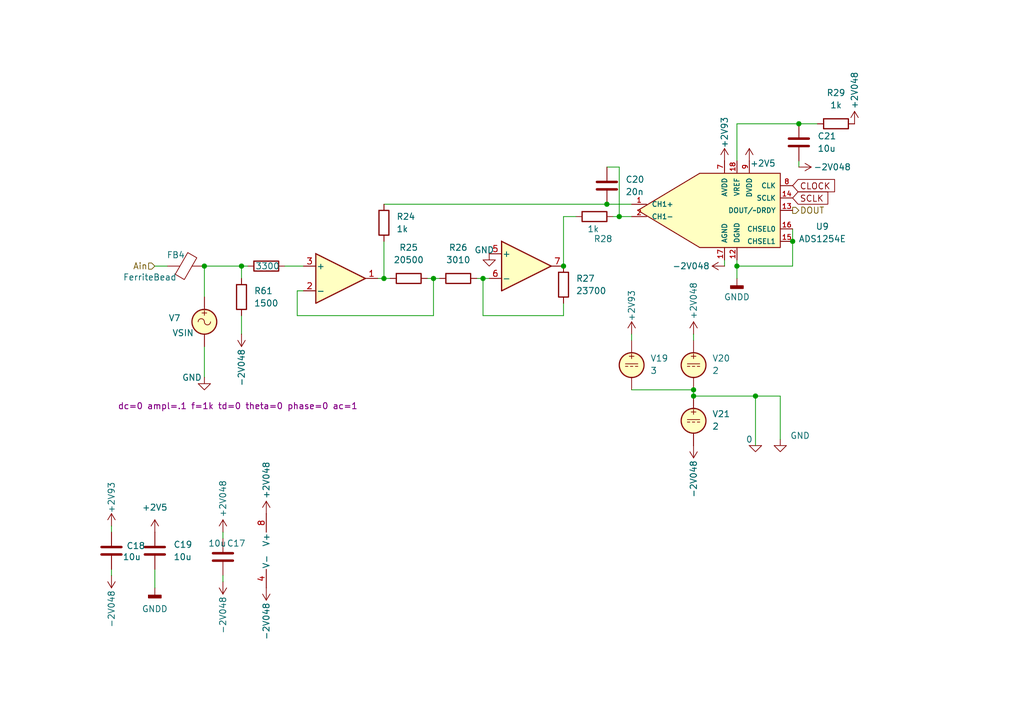
<source format=kicad_sch>
(kicad_sch (version 20231120) (generator "eeschema") (generator_version "8.0")
  (paper "A5")
  (title_block (title "Biosemi amplifier card") (date "2025-05-26") (rev "1") (company "Utrecht university"))
  (lib_symbols
    (symbol "Device:C" (pin_numbers hide) (pin_names (offset 0.254))
      (property "Reference" "C" (at 0.635 2.54 0))
      (property "Value" "C" (at 0.635 -2.54 0))
      (symbol "C_0_1"
        (polyline (pts (xy -2.032 -0.762) (xy 2.032 -0.762)) (stroke (width 0.508)))
        (polyline (pts (xy -2.032 0.762) (xy 2.032 0.762)) (stroke (width 0.508)))
      )
      (symbol "C_1_1"
        (pin passive line (at 0 3.81 270) (length 2.794) (name "~") (number "1"))
        (pin passive line (at 0 -3.81 90) (length 2.794) (name "~") (number "2"))
      )
    )
    (symbol "Device:FerriteBead" (pin_numbers hide) (pin_names (offset 0))
      (property "Reference" "FB" (at -3.81 0.635 90))
      (property "Value" "FerriteBead" (at 3.81 0 90))
      (symbol "FerriteBead_0_1"
        (polyline (pts (xy 0 -1.27) (xy 0 -1.2192)))
        (polyline (pts (xy 0 1.27) (xy 0 1.2954)))
        (polyline (pts (xy -2.7686 0.4064) (xy -1.7018 2.2606) (xy 2.7686 -0.3048) (xy 1.6764 -2.159) (xy -2.7686 0.4064)))
      )
      (symbol "FerriteBead_1_1"
        (pin passive line (at 0 3.81 270) (length 2.54) (name "~") (number "1"))
        (pin passive line (at 0 -3.81 90) (length 2.54) (name "~") (number "2"))
      )
    )
    (symbol "Device:R" (pin_numbers hide) (pin_names (offset 0))
      (property "Reference" "R" (at 2.032 0 90))
      (property "Value" "R" (at 0 0 90))
      (symbol "R_0_1"
        (rectangle (start -1.016 -2.54) (end 1.016 2.54) (stroke (width 0.254)))
      )
      (symbol "R_1_1"
        (pin passive line (at 0 3.81 270) (length 1.27) (name "~") (number "1"))
        (pin passive line (at 0 -3.81 90) (length 1.27) (name "~") (number "2"))
      )
    )
    (symbol "Simulation_SPICE:0" (power) (pin_numbers hide) (pin_names (offset 0) hide)
      (property "Value" "0" (at 0 -2.54 0))
      (symbol "0_0_1"
        (polyline (pts (xy -1.27 0) (xy 0 -1.27) (xy 1.27 0) (xy -1.27 0)))
      )
      (symbol "0_1_1"
        (pin power_in line (at 0 0 0) (length 0) (name "~") (number "1"))
      )
    )
    (symbol "Simulation_SPICE:VDC" (pin_numbers hide) (pin_names (offset 0.0254))
      (property "Reference" "V" (at 2.54 2.54 0))
      (property "Value" "1" (at 2.54 0 0))
      (symbol "VDC_0_0"
        (polyline (pts (xy -1.27 0.254) (xy 1.27 0.254)))
        (polyline (pts (xy -0.762 -0.254) (xy -1.27 -0.254)))
        (polyline (pts (xy 0.254 -0.254) (xy -0.254 -0.254)))
        (polyline (pts (xy 1.27 -0.254) (xy 0.762 -0.254)))
        (text "+" (at 0 1.905 0) (effects (font (size 1.27 1.27))))
      )
      (symbol "VDC_0_1"
        (circle (center 0 0) (radius 2.54) (stroke (width 0.254)) (fill (type background)))
      )
      (symbol "VDC_1_1"
        (pin passive line (at 0 5.08 270) (length 2.54) (name "~") (number "1"))
        (pin passive line (at 0 -5.08 90) (length 2.54) (name "~") (number "2"))
      )
    )
    (symbol "Simulation_SPICE:VSIN" (pin_numbers hide) (pin_names (offset 0.0254))
      (property "Reference" "V" (at 2.54 2.54 0))
      (property "Value" "VSIN" (at 2.54 0 0))
      (property "Sim.Params" "dc=0 ampl=1 f=1k ac=1" (at 2.54 -2.54 0))
      (symbol "VSIN_0_0"
        (arc (start 0 0) (mid -0.635 0.6323) (end -1.27 0))
        (arc (start 0 0) (mid 0.635 -0.6323) (end 1.27 0))
        (text "+" (at 0 1.905 0) (effects (font (size 1.27 1.27))))
      )
      (symbol "VSIN_0_1"
        (circle (center 0 0) (radius 2.54) (stroke (width 0.254)) (fill (type background)))
      )
      (symbol "VSIN_1_1"
        (pin passive line (at 0 5.08 270) (length 2.54) (name "~") (number "1"))
        (pin passive line (at 0 -5.08 90) (length 2.54) (name "~") (number "2"))
      )
    )
    (symbol "ads2154e:ADS1254E" (pin_names (offset 1.016))
      (property "Reference" "U" (at -4.5775 33.1363 0))
      (property "Value" "ADS1254E" (at -4.3754 -43.0165 0))
      (symbol "ADS1254E_0_0"
        (pin input line (at -1.27 1.27 0) (length 3.08) (name "CH1+") (number "1"))
        (pin no_connect line (at -8.89 -7.62 0) (length 3.08) hide (name "NC_2") (number "10"))
        (pin no_connect line (at -8.89 -10.16 0) (length 3.08) hide (name "NC") (number "11"))
        (pin passive line (at 20.32 -10.16 90) (length 2.4) (name "DGND") (number "12"))
        (pin output line (at 31.75 0 180) (length 2.4) (name "DOUT/~DRDY") (number "13"))
        (pin input line (at 31.75 2.54 180) (length 2.4) (name "SCLK") (number "14"))
        (pin input line (at 31.75 -6.35 180) (length 2.4) (name "CHSEL1") (number "15"))
        (pin input line (at 31.75 -3.81 180) (length 2.4) (name "CHSEL0") (number "16"))
        (pin passive line (at 17.78 -10.16 90) (length 2.4) (name "AGND") (number "17"))
        (pin input line (at 20.32 10.16 270) (length 2.4) (name "VREF") (number "18"))
        (pin no_connect line (at 8.89 -6.35 0) (length 3.08) hide (name "CH4-") (number "19"))
        (pin input line (at -1.27 -1.27 0) (length 3.08) (name "CH1-") (number "2"))
        (pin no_connect line (at 8.89 6.35 0) (length 3.08) hide (name "CH4+") (number "20"))
        (pin no_connect line (at 3.81 3.81 0) (length 3.08) hide (name "CH2+") (number "3"))
        (pin no_connect line (at 3.81 -3.81 0) (length 3.08) hide (name "CH2-") (number "4"))
        (pin no_connect line (at 6.35 5.08 0) (length 3.08) hide (name "CH3+") (number "5"))
        (pin no_connect line (at 6.35 -5.08 0) (length 3.08) hide (name "CH3-") (number "6"))
        (pin power_in line (at 17.78 10.16 270) (length 2.4) (name "AVDD") (number "7"))
        (pin input line (at 31.75 5.08 180) (length 2.4) (name "CLK") (number "8"))
        (pin power_in line (at 22.86 10.16 270) (length 2.4) (name "DVDD") (number "9"))
      )
      (symbol "ADS1254E_0_1"
        (polyline (pts (xy 0 0) (xy 12.7 7.62) (xy 29.21 7.62) (xy 29.21 -7.62) (xy 12.7 -7.62) (xy 0 0)) (stroke (width 0.2)) (fill (type background)))
      )
    )
    (symbol "bbcustom:OPA2188" (pin_names (offset 0.127))
      (property "Reference" "U" (at 0 5.08 0))
      (property "Value" "OPA2188" (at 0 -5.08 0))
      (property "Sim.Library" "/home/bergm006/kicad/biosemicard/sbomao2c/OPAx188-dual.LIB" (at 0 0 0))
      (property "Sim.Name" "OPAx188" (at 0 0 0))
      (property "Sim.Device" "SUBCKT" (at 0 0 0))
      (property "Sim.Pins" "1=1OUT 2=1IN- 3=1IN+ 4=VEE 5=2IN+ 6=2IN- 7=2OUT 8=VCC" (at 0 0 0))
      (symbol "OPA2188_1_1"
        (polyline (pts (xy -5.08 5.08) (xy 5.08 0) (xy -5.08 -5.08) (xy -5.08 5.08)) (stroke (width 0.254)) (fill (type background)))
        (pin output line (at 7.62 0 180) (length 2.54) (name "~") (number "1"))
        (pin input line (at -7.62 -2.54 0) (length 2.54) (name "-") (number "2"))
        (pin input line (at -7.62 2.54 0) (length 2.54) (name "+") (number "3"))
      )
      (symbol "OPA2188_2_1"
        (polyline (pts (xy -5.08 5.08) (xy 5.08 0) (xy -5.08 -5.08) (xy -5.08 5.08)) (stroke (width 0.254)) (fill (type background)))
        (pin input line (at -7.62 2.54 0) (length 2.54) (name "+") (number "5"))
        (pin input line (at -7.62 -2.54 0) (length 2.54) (name "-") (number "6"))
        (pin output line (at 7.62 0 180) (length 2.54) (name "~") (number "7"))
      )
      (symbol "OPA2188_3_1"
        (pin power_in line (at -2.54 -7.62 90) (length 3.81) (name "V-") (number "4"))
        (pin power_in line (at -2.54 7.62 270) (length 3.81) (name "V+") (number "8"))
      )
    )
    (symbol "power:+2V5" (power) (pin_numbers hide) (pin_names (offset 0) hide)
      (property "Value" "+2V5" (at 0 3.556 0))
      (symbol "+2V5_0_1"
        (polyline (pts (xy -0.762 1.27) (xy 0 2.54)))
        (polyline (pts (xy 0 0) (xy 0 2.54)))
        (polyline (pts (xy 0 2.54) (xy 0.762 1.27)))
      )
      (symbol "+2V5_1_1"
        (pin power_in line (at 0 0 90) (length 0) (name "~") (number "1"))
      )
    )
    (symbol "power:+2V8" (power) (pin_numbers hide) (pin_names (offset 0) hide)
      (property "Value" "+2V8" (at 0 3.556 0))
      (symbol "+2V8_0_1"
        (polyline (pts (xy -0.762 1.27) (xy 0 2.54)))
        (polyline (pts (xy 0 0) (xy 0 2.54)))
        (polyline (pts (xy 0 2.54) (xy 0.762 1.27)))
      )
      (symbol "+2V8_1_1"
        (pin power_in line (at 0 0 90) (length 0) (name "~") (number "1"))
      )
    )
    (symbol "power:+3V0" (power) (pin_numbers hide) (pin_names (offset 0) hide)
      (property "Value" "+3V0" (at 0 3.556 0))
      (symbol "+3V0_0_1"
        (polyline (pts (xy -0.762 1.27) (xy 0 2.54)))
        (polyline (pts (xy 0 0) (xy 0 2.54)))
        (polyline (pts (xy 0 2.54) (xy 0.762 1.27)))
      )
      (symbol "+3V0_1_1"
        (pin power_in line (at 0 0 90) (length 0) (name "~") (number "1"))
      )
    )
    (symbol "power:GND" (power) (pin_numbers hide) (pin_names (offset 0) hide)
      (property "Value" "GND" (at 0 -3.81 0))
      (symbol "GND_0_1"
        (polyline (pts (xy 0 0) (xy 0 -1.27) (xy 1.27 -1.27) (xy 0 -2.54) (xy -1.27 -1.27) (xy 0 -1.27)))
      )
      (symbol "GND_1_1"
        (pin power_in line (at 0 0 270) (length 0) (name "~") (number "1"))
      )
    )
    (symbol "power:GNDD" (power) (pin_numbers hide) (pin_names (offset 0) hide)
      (property "Value" "GNDD" (at 0 -3.175 0))
      (symbol "GNDD_0_1"
        (rectangle (start -1.27 -1.524) (end 1.27 -2.032) (stroke (width 0.254)) (fill (type outline)))
        (polyline (pts (xy 0 0) (xy 0 -1.524)))
      )
      (symbol "GNDD_1_1"
        (pin power_in line (at 0 0 270) (length 0) (name "~") (number "1"))
      )
    )
  )
  (junction (at 124.46 41.91))
  (junction (at 162.56 49.53))
  (junction (at 142.24 81.28))
  (junction (at 78.74 57.15))
  (junction (at 151.13 54.61))
  (junction (at 154.94 81.28))
  (junction (at 127 44.45))
  (junction (at 99.06 57.15))
  (junction (at 142.24 80.01))
  (junction (at 49.53 54.61))
  (junction (at 41.91 54.61))
  (junction (at 115.57 54.61))
  (junction (at 88.9 57.15))
  (junction (at 163.83 25.4))
  (wire (pts (xy 97.79 57.15) (xy 99.06 57.15)))
  (wire (pts (xy 115.57 44.45) (xy 115.57 54.61)))
  (wire (pts (xy 45.72 118.11) (xy 45.72 119.38)))
  (wire (pts (xy 88.9 57.15) (xy 88.9 64.77)))
  (wire (pts (xy 162.56 54.61) (xy 162.56 49.53)))
  (wire (pts (xy 60.96 59.69) (xy 62.23 59.69)))
  (wire (pts (xy 31.75 54.61) (xy 34.29 54.61)))
  (wire (pts (xy 88.9 64.77) (xy 60.96 64.77)))
  (wire (pts (xy 115.57 64.77) (xy 99.06 64.77)))
  (wire (pts (xy 148.59 53.34) (xy 148.59 54.61)))
  (wire (pts (xy 99.06 64.77) (xy 99.06 57.15)))
  (wire (pts (xy 78.74 49.53) (xy 78.74 57.15)))
  (wire (pts (xy 142.24 80.01) (xy 142.24 81.28)))
  (wire (pts (xy 163.83 25.4) (xy 167.64 25.4)))
  (wire (pts (xy 115.57 62.23) (xy 115.57 64.77)))
  (wire (pts (xy 154.94 81.28) (xy 154.94 91.44)))
  (wire (pts (xy 163.83 34.29) (xy 163.83 33.02)))
  (wire (pts (xy 129.54 68.58) (xy 129.54 69.85)))
  (wire (pts (xy 58.42 54.61) (xy 62.23 54.61)))
  (wire (pts (xy 162.56 46.99) (xy 162.56 49.53)))
  (wire (pts (xy 151.13 54.61) (xy 162.56 54.61)))
  (wire (pts (xy 60.96 64.77) (xy 60.96 59.69)))
  (wire (pts (xy 115.57 44.45) (xy 118.11 44.45)))
  (wire (pts (xy 124.46 34.29) (xy 127 34.29)))
  (wire (pts (xy 154.94 81.28) (xy 160.02 81.28)))
  (wire (pts (xy 41.91 54.61) (xy 49.53 54.61)))
  (wire (pts (xy 142.24 69.85) (xy 142.24 68.58)))
  (wire (pts (xy 88.9 57.15) (xy 90.17 57.15)))
  (wire (pts (xy 78.74 41.91) (xy 124.46 41.91)))
  (wire (pts (xy 41.91 77.47) (xy 41.91 71.12)))
  (wire (pts (xy 49.53 68.58) (xy 49.53 64.77)))
  (wire (pts (xy 49.53 57.15) (xy 49.53 54.61)))
  (wire (pts (xy 125.73 44.45) (xy 127 44.45)))
  (wire (pts (xy 99.06 57.15) (xy 100.33 57.15)))
  (wire (pts (xy 151.13 57.15) (xy 151.13 54.61)))
  (wire (pts (xy 129.54 80.01) (xy 142.24 80.01)))
  (wire (pts (xy 160.02 81.28) (xy 160.02 90.17)))
  (wire (pts (xy 22.86 109.22) (xy 22.86 107.95)))
  (wire (pts (xy 127 44.45) (xy 129.54 44.45)))
  (wire (pts (xy 22.86 116.84) (xy 22.86 118.11)))
  (wire (pts (xy 142.24 81.28) (xy 154.94 81.28)))
  (wire (pts (xy 87.63 57.15) (xy 88.9 57.15)))
  (wire (pts (xy 31.75 120.65) (xy 31.75 116.84)))
  (wire (pts (xy 151.13 25.4) (xy 151.13 33.02)))
  (wire (pts (xy 45.72 110.49) (xy 45.72 109.22)))
  (wire (pts (xy 49.53 54.61) (xy 50.8 54.61)))
  (wire (pts (xy 127 34.29) (xy 127 44.45)))
  (wire (pts (xy 78.74 57.15) (xy 80.01 57.15)))
  (wire (pts (xy 124.46 41.91) (xy 129.54 41.91)))
  (wire (pts (xy 41.91 60.96) (xy 41.91 54.61)))
  (wire (pts (xy 151.13 54.61) (xy 151.13 53.34)))
  (wire (pts (xy 77.47 57.15) (xy 78.74 57.15)))
  (wire (pts (xy 151.13 25.4) (xy 163.83 25.4)))
  (global_label "CLOCK" (shape input) (at 162.56 38.1 0) (property "Intersheetrefs" "${INTERSHEET_REFS}" (effects (hide yes))))
  (global_label "SCLK" (shape input) (at 162.56 40.64 0) (property "Intersheetrefs" "${INTERSHEET_REFS}" (effects (hide yes))))
  (hierarchical_label "DOUT" (shape output) (at 162.56 43.18 0))
  (hierarchical_label "Ain" (shape input) (at 31.75 54.61 180))
  (symbol (lib_id "Simulation_SPICE:VSIN") (at 41.91 66.04 0) (unit 1)
    (property "Reference" "V4" (at 34.544 65.278 0) (effects (justify left)))
    (property "Value" "VSIN" (at 35.306 68.326 0) (effects (justify left)))
    (property "Datasheet" "https://ngspice.sourceforge.io/docs/ngspice-html-manual/manual.xhtml#sec_Independent_Sources_for" (effects (hide yes)))
    (property "Description" "Voltage source, sinusoidal" (effects (hide yes)))
    (property "Sim.Pins" "1=+ 2=-" (effects (hide yes)))
    (property "Sim.Params" "dc=0 ampl=.1 f=1k td=0 theta=0 phase=0 ac=1" (at 24.13 83.312 0) (effects (justify left)))
    (property "Sim.Type" "SIN" (effects (hide yes)))
    (property "Sim.Device" "V" (effects (hide yes)))
    (instances (project "biosemicard" (path "" (reference "V7") (unit 1)) (path "" (reference "V10") (unit 1)) (path "" (reference "V8") (unit 1)) (path "" (reference "V11") (unit 1)) (path "" (reference "V4") (unit 1)) (path "" (reference "V6") (unit 1)) (path "" (reference "V5") (unit 1)) (path "" (reference "V9") (unit 1))))
  )
  (symbol (lib_id "power:GNDD") (at 31.75 120.65 0) (unit 1)
    (property "Reference" "#PWR056" (effects (hide yes)))
    (property "Value" "GNDD" (at 31.75 124.968 0))
    (property "Description" "Power symbol creates a global label with name \"GNDD\" , digital ground" (effects (hide yes)))
    (instances (project "biosemicard" (path "" (reference "#PWR056") (unit 1)) (path "" (reference "#PWR095") (unit 1)) (path "" (reference "#PWR069") (unit 1)) (path "" (reference "#PWR0108") (unit 1)) (path "" (reference "#PWR023") (unit 1)) (path "" (reference "#PWR043") (unit 1)) (path "" (reference "#PWR036") (unit 1)) (path "" (reference "#PWR082") (unit 1))))
  )
  (symbol (lib_id "power:+2V8") (at 22.86 118.11 180) (unit 1)
    (property "Reference" "#PWR054" (effects (hide yes)))
    (property "Value" "-2V048" (at 22.86 124.968 90))
    (property "Description" "Power symbol creates a global label with name \"+2V8\"" (effects (hide yes)))
    (instances (project "biosemicard" (path "" (reference "#PWR054") (unit 1)) (path "" (reference "#PWR093") (unit 1)) (path "" (reference "#PWR067") (unit 1)) (path "" (reference "#PWR0106") (unit 1)) (path "" (reference "#PWR021") (unit 1)) (path "" (reference "#PWR041") (unit 1)) (path "" (reference "#PWR034") (unit 1)) (path "" (reference "#PWR080") (unit 1))))
  )
  (symbol (lib_id "Device:R") (at 78.74 45.72 0) (unit 1)
    (property "Reference" "R24" (at 81.28 44.4499 0) (effects (justify left)))
    (property "Value" "1k" (at 81.28 46.9899 0) (effects (justify left)))
    (property "Description" "Resistor" (effects (hide yes)))
    (instances (project "biosemicard" (path "" (reference "R24") (unit 1)) (path "" (reference "R45") (unit 1)) (path "" (reference "R31") (unit 1)) (path "" (reference "R52") (unit 1)) (path "" (reference "R3") (unit 1)) (path "" (reference "R17") (unit 1)) (path "" (reference "R10") (unit 1)) (path "" (reference "R38") (unit 1))))
  )
  (symbol (lib_id "power:+3V0") (at 148.59 33.02 0) (unit 1)
    (property "Reference" "#PWR058" (effects (hide yes)))
    (property "Value" "+2V93" (at 148.59 27.178 90))
    (property "Description" "Power symbol creates a global label with name \"+3V0\"" (effects (hide yes)))
    (instances (project "biosemicard" (path "" (reference "#PWR058") (unit 1)) (path "" (reference "#PWR097") (unit 1)) (path "" (reference "#PWR071") (unit 1)) (path "" (reference "#PWR0110") (unit 1)) (path "" (reference "#PWR09") (unit 1)) (path "" (reference "#PWR045") (unit 1)) (path "" (reference "#PWR028") (unit 1)) (path "" (reference "#PWR084") (unit 1))))
  )
  (symbol (lib_id "power:+2V8") (at 142.24 91.44 180) (unit 1)
    (property "Reference" "#PWR0126" (effects (hide yes)))
    (property "Value" "-2V048" (at 142.24 98.298 90))
    (property "Description" "Power symbol creates a global label with name \"+2V8\"" (effects (hide yes)))
    (instances (project "biosemicard" (path "" (reference "#PWR0164") (unit 1)) (path "" (reference "#PWR0176") (unit 1)) (path "" (reference "#PWR0168") (unit 1)) (path "" (reference "#PWR0180") (unit 1)) (path "" (reference "#PWR0126") (unit 1)) (path "" (reference "#PWR0160") (unit 1)) (path "" (reference "#PWR0156") (unit 1)) (path "" (reference "#PWR0172") (unit 1))))
  )
  (symbol (lib_id "Device:C") (at 22.86 113.03 0) (unit 1) (exclude_from_sim yes)
    (property "Reference" "C18" (at 25.908 112.014 0) (effects (justify left)))
    (property "Value" "10u" (at 25.146 114.3 0) (effects (justify left)))
    (property "Description" "Unpolarized capacitor" (effects (hide yes)))
    (instances (project "biosemicard" (path "" (reference "C18") (unit 1)) (path "" (reference "C33") (unit 1)) (path "" (reference "C23") (unit 1)) (path "" (reference "C38") (unit 1)) (path "" (reference "C5") (unit 1)) (path "" (reference "C13") (unit 1)) (path "" (reference "C10") (unit 1)) (path "" (reference "C28") (unit 1))))
  )
  (symbol (lib_id "power:+2V8") (at 148.59 54.61 90) (unit 1)
    (property "Reference" "#PWR059" (effects (hide yes)))
    (property "Value" "-2V048" (at 141.732 54.61 90))
    (property "Description" "Power symbol creates a global label with name \"+2V8\"" (effects (hide yes)))
    (instances (project "biosemicard" (path "" (reference "#PWR059") (unit 1)) (path "" (reference "#PWR098") (unit 1)) (path "" (reference "#PWR072") (unit 1)) (path "" (reference "#PWR0111") (unit 1)) (path "" (reference "#PWR013") (unit 1)) (path "" (reference "#PWR046") (unit 1)) (path "" (reference "#PWR029") (unit 1)) (path "" (reference "#PWR085") (unit 1))))
  )
  (symbol (lib_id "Device:R") (at 83.82 57.15 90) (unit 1)
    (property "Reference" "R25" (at 83.82 50.8 90))
    (property "Value" "20500" (at 83.82 53.34 90))
    (property "Description" "Resistor" (effects (hide yes)))
    (instances (project "biosemicard" (path "" (reference "R25") (unit 1)) (path "" (reference "R46") (unit 1)) (path "" (reference "R32") (unit 1)) (path "" (reference "R53") (unit 1)) (path "" (reference "R4") (unit 1)) (path "" (reference "R18") (unit 1)) (path "" (reference "R11") (unit 1)) (path "" (reference "R39") (unit 1))))
  )
  (symbol (lib_id "bbcustom:OPA2188") (at 57.15 113.03 0) (unit 3)
    (property "Reference" "U1" (effects (hide yes)))
    (property "Value" "OPA2188" (effects (hide yes)))
    (property "Datasheet" "http://www.ti.com/lit/ds/symlink/opa4340.pdf" (effects (hide yes)))
    (property "Description" "Dual Single-SupplyRail-to-Rail Operational Amplifiers, MicroAmplifier Series, DIP-8/SOIC-8/SSOP-8" (effects (hide yes)))
    (property "Sim.Library" "/home/bergm006/kicad/biosemicard/sbomao2c/OPAx188-dual.LIB" (effects (hide yes)))
    (property "Sim.Name" "OPAx188" (effects (hide yes)))
    (property "Sim.Device" "SUBCKT" (effects (hide yes)))
    (property "Sim.Pins" "1=1OUT 2=1IN- 3=1IN+ 4=VEE 5=2IN+ 6=2IN- 7=2OUT 8=VCC" (effects (hide yes)))
    (instances (project "" (path "" (reference "U8") (unit 3)) (path "" (reference "U14") (unit 3)) (path "" (reference "U10") (unit 3)) (path "" (reference "U16") (unit 3)) (path "" (reference "U1") (unit 3)) (path "" (reference "U6") (unit 3)) (path "" (reference "U4") (unit 3)) (path "" (reference "U12") (unit 3))))
  )
  (symbol (lib_id "Device:R") (at 121.92 44.45 270) (unit 1)
    (property "Reference" "R28" (at 123.698 49.022 90))
    (property "Value" "1k" (at 121.666 46.99 90))
    (property "Description" "Resistor" (effects (hide yes)))
    (instances (project "biosemicard" (path "" (reference "R28") (unit 1)) (path "" (reference "R49") (unit 1)) (path "" (reference "R35") (unit 1)) (path "" (reference "R56") (unit 1)) (path "" (reference "R7") (unit 1)) (path "" (reference "R21") (unit 1)) (path "" (reference "R14") (unit 1)) (path "" (reference "R42") (unit 1))))
  )
  (symbol (lib_id "bbcustom:OPA2188") (at 69.85 57.15 0) (unit 1)
    (property "Reference" "U1" (effects (hide yes)))
    (property "Value" "OPA2188" (effects (hide yes)))
    (property "Datasheet" "http://www.ti.com/lit/ds/symlink/opa4340.pdf" (effects (hide yes)))
    (property "Description" "Dual Single-SupplyRail-to-Rail Operational Amplifiers, MicroAmplifier Series, DIP-8/SOIC-8/SSOP-8" (effects (hide yes)))
    (property "Sim.Library" "/home/bergm006/kicad/biosemicard/sbomao2c/OPAx188-dual.LIB" (effects (hide yes)))
    (property "Sim.Name" "OPAx188" (effects (hide yes)))
    (property "Sim.Device" "SUBCKT" (effects (hide yes)))
    (property "Sim.Pins" "1=1OUT 2=1IN- 3=1IN+ 4=VEE 5=2IN+ 6=2IN- 7=2OUT 8=VCC" (effects (hide yes)))
    (instances (project "" (path "" (reference "U8") (unit 1)) (path "" (reference "U14") (unit 1)) (path "" (reference "U10") (unit 1)) (path "" (reference "U16") (unit 1)) (path "" (reference "U1") (unit 1)) (path "" (reference "U6") (unit 1)) (path "" (reference "U4") (unit 1)) (path "" (reference "U12") (unit 1))))
  )
  (symbol (lib_id "power:+2V5") (at 153.67 33.02 0) (unit 1)
    (property "Reference" "#PWR061" (effects (hide yes)))
    (property "Value" "+2V5" (at 156.464 33.528 0))
    (property "Description" "Power symbol creates a global label with name \"+2V5\"" (effects (hide yes)))
    (instances (project "biosemicard" (path "" (reference "#PWR061") (unit 1)) (path "" (reference "#PWR0100") (unit 1)) (path "" (reference "#PWR074") (unit 1)) (path "" (reference "#PWR0113") (unit 1)) (path "" (reference "#PWR018") (unit 1)) (path "" (reference "#PWR048") (unit 1)) (path "" (reference "#PWR031") (unit 1)) (path "" (reference "#PWR087") (unit 1))))
  )
  (symbol (lib_id "power:+2V8") (at 142.24 68.58 0) (unit 1)
    (property "Reference" "#PWR0125" (effects (hide yes)))
    (property "Value" "+2V048" (at 142.24 61.722 90))
    (property "Description" "Power symbol creates a global label with name \"+2V8\"" (effects (hide yes)))
    (instances (project "biosemicard" (path "" (reference "#PWR0163") (unit 1)) (path "" (reference "#PWR0175") (unit 1)) (path "" (reference "#PWR0167") (unit 1)) (path "" (reference "#PWR0179") (unit 1)) (path "" (reference "#PWR0125") (unit 1)) (path "" (reference "#PWR0159") (unit 1)) (path "" (reference "#PWR0155") (unit 1)) (path "" (reference "#PWR0171") (unit 1))))
  )
  (symbol (lib_id "Simulation_SPICE:0") (at 154.94 91.44 0) (unit 1)
    (property "Reference" "#GND01" (effects (hide yes)))
    (property "Value" "0" (at 153.67 90.17 0))
    (property "Datasheet" "https://ngspice.sourceforge.io/docs/ngspice-html-manual/manual.xhtml#subsec_Circuit_elements__device" (effects (hide yes)))
    (property "Description" "0V reference potential for simulation" (effects (hide yes)))
    (instances (project "biosemicard" (path "" (reference "#GND04") (unit 1)) (path "" (reference "#GND07") (unit 1)) (path "" (reference "#GND05") (unit 1)) (path "" (reference "#GND08") (unit 1)) (path "" (reference "#GND01") (unit 1)) (path "" (reference "#GND03") (unit 1)) (path "" (reference "#GND02") (unit 1)) (path "" (reference "#GND06") (unit 1))))
  )
  (symbol (lib_id "ads2154e:ADS1254E") (at 130.81 43.18 0) (unit 1) (exclude_from_sim yes)
    (property "Reference" "U9" (at 168.656 46.482 0))
    (property "Value" "ADS1254E" (at 168.656 49.022 0))
    (property "Footprint" "ADS1254E" (effects (hide yes)))
    (instances (project "biosemicard" (path "" (reference "U9") (unit 1)) (path "" (reference "U15") (unit 1)) (path "" (reference "U11") (unit 1)) (path "" (reference "U17") (unit 1)) (path "" (reference "U3") (unit 1)) (path "" (reference "U7") (unit 1)) (path "" (reference "U5") (unit 1)) (path "" (reference "U13") (unit 1))))
  )
  (symbol (lib_id "Device:R") (at 171.45 25.4 270) (unit 1)
    (property "Reference" "R29" (at 171.45 19.05 90))
    (property "Value" "1k" (at 171.45 21.59 90))
    (property "Description" "Resistor" (effects (hide yes)))
    (instances (project "biosemicard" (path "" (reference "R29") (unit 1)) (path "" (reference "R50") (unit 1)) (path "" (reference "R36") (unit 1)) (path "" (reference "R57") (unit 1)) (path "" (reference "R8") (unit 1)) (path "" (reference "R22") (unit 1)) (path "" (reference "R15") (unit 1)) (path "" (reference "R43") (unit 1))))
  )
  (symbol (lib_id "power:+2V5") (at 31.75 109.22 0) (unit 1)
    (property "Reference" "#PWR055" (effects (hide yes)))
    (property "Value" "+2V5" (at 31.75 104.14 0))
    (property "Description" "Power symbol creates a global label with name \"+2V5\"" (effects (hide yes)))
    (instances (project "biosemicard" (path "" (reference "#PWR055") (unit 1)) (path "" (reference "#PWR094") (unit 1)) (path "" (reference "#PWR068") (unit 1)) (path "" (reference "#PWR0107") (unit 1)) (path "" (reference "#PWR022") (unit 1)) (path "" (reference "#PWR042") (unit 1)) (path "" (reference "#PWR035") (unit 1)) (path "" (reference "#PWR081") (unit 1))))
  )
  (symbol (lib_id "Device:R") (at 93.98 57.15 90) (unit 1)
    (property "Reference" "R26" (at 93.98 50.8 90))
    (property "Value" "3010" (at 93.98 53.34 90))
    (property "Description" "Resistor" (effects (hide yes)))
    (instances (project "biosemicard" (path "" (reference "R26") (unit 1)) (path "" (reference "R47") (unit 1)) (path "" (reference "R33") (unit 1)) (path "" (reference "R54") (unit 1)) (path "" (reference "R5") (unit 1)) (path "" (reference "R19") (unit 1)) (path "" (reference "R12") (unit 1)) (path "" (reference "R40") (unit 1))))
  )
  (symbol (lib_id "power:+2V8") (at 45.72 119.38 180) (unit 1)
    (property "Reference" "#PWR052" (effects (hide yes)))
    (property "Value" "-2V048" (at 45.72 126.238 90))
    (property "Description" "Power symbol creates a global label with name \"+2V8\"" (effects (hide yes)))
    (instances (project "biosemicard" (path "" (reference "#PWR052") (unit 1)) (path "" (reference "#PWR091") (unit 1)) (path "" (reference "#PWR065") (unit 1)) (path "" (reference "#PWR0104") (unit 1)) (path "" (reference "#PWR07") (unit 1)) (path "" (reference "#PWR039") (unit 1)) (path "" (reference "#PWR026") (unit 1)) (path "" (reference "#PWR078") (unit 1))))
  )
  (symbol (lib_id "Device:C") (at 45.72 114.3 0) (unit 1) (exclude_from_sim yes)
    (property "Reference" "C17" (at 46.482 111.506 0) (effects (justify left)))
    (property "Value" "10u" (at 42.672 111.506 0) (effects (justify left)))
    (property "Description" "Unpolarized capacitor" (effects (hide yes)))
    (instances (project "biosemicard" (path "" (reference "C17") (unit 1)) (path "" (reference "C32") (unit 1)) (path "" (reference "C22") (unit 1)) (path "" (reference "C37") (unit 1)) (path "" (reference "C1") (unit 1)) (path "" (reference "C12") (unit 1)) (path "" (reference "C7") (unit 1)) (path "" (reference "C27") (unit 1))))
  )
  (symbol (lib_id "power:GND") (at 41.91 77.47 0) (unit 1)
    (property "Reference" "#PWR0130" (effects (hide yes)))
    (property "Value" "GND" (at 39.37 77.47 0))
    (property "Description" "Power symbol creates a global label with name \"GND\" , ground" (effects (hide yes)))
    (instances (project "biosemicard" (path "" (reference "#PWR0149") (unit 1)) (path "" (reference "#PWR0152") (unit 1)) (path "" (reference "#PWR0150") (unit 1)) (path "" (reference "#PWR0153") (unit 1)) (path "" (reference "#PWR0130") (unit 1)) (path "" (reference "#PWR0148") (unit 1)) (path "" (reference "#PWR0147") (unit 1)) (path "" (reference "#PWR0151") (unit 1))))
  )
  (symbol (lib_id "power:+2V8") (at 49.53 68.58 180) (unit 1)
    (property "Reference" "#PWR0119" (effects (hide yes)))
    (property "Value" "-2V048" (at 49.53 75.438 90))
    (property "Description" "Power symbol creates a global label with name \"+2V8\"" (effects (hide yes)))
    (instances (project "biosemicard" (path "" (reference "#PWR0119") (unit 1)) (path "" (reference "#PWR0122") (unit 1)) (path "" (reference "#PWR0120") (unit 1)) (path "" (reference "#PWR0123") (unit 1)) (path "" (reference "#PWR0116") (unit 1)) (path "" (reference "#PWR0118") (unit 1)) (path "" (reference "#PWR0117") (unit 1)) (path "" (reference "#PWR0121") (unit 1))))
  )
  (symbol (lib_id "Device:C") (at 163.83 29.21 180) (unit 1)
    (property "Reference" "C21" (at 167.64 27.9399 0) (effects (justify right)))
    (property "Value" "10u" (at 167.64 30.4799 0) (effects (justify right)))
    (property "Description" "Unpolarized capacitor" (effects (hide yes)))
    (instances (project "biosemicard" (path "" (reference "C21") (unit 1)) (path "" (reference "C36") (unit 1)) (path "" (reference "C26") (unit 1)) (path "" (reference "C41") (unit 1)) (path "" (reference "C4") (unit 1)) (path "" (reference "C16") (unit 1)) (path "" (reference "C9") (unit 1)) (path "" (reference "C31") (unit 1))))
  )
  (symbol (lib_id "Device:C") (at 31.75 113.03 0) (unit 1) (exclude_from_sim yes)
    (property "Reference" "C19" (at 35.56 111.7599 0) (effects (justify left)))
    (property "Value" "10u" (at 35.56 114.2999 0) (effects (justify left)))
    (property "Description" "Unpolarized capacitor" (effects (hide yes)))
    (instances (project "biosemicard" (path "" (reference "C19") (unit 1)) (path "" (reference "C34") (unit 1)) (path "" (reference "C24") (unit 1)) (path "" (reference "C39") (unit 1)) (path "" (reference "C6") (unit 1)) (path "" (reference "C14") (unit 1)) (path "" (reference "C11") (unit 1)) (path "" (reference "C29") (unit 1))))
  )
  (symbol (lib_id "power:+2V8") (at 54.61 120.65 180) (unit 1)
    (property "Reference" "#PWR0131" (effects (hide yes)))
    (property "Value" "-2V048" (at 54.61 127.508 90))
    (property "Description" "Power symbol creates a global label with name \"+2V8\"" (effects (hide yes)))
    (instances (project "biosemicard" (path "" (reference "#PWR0134") (unit 1)) (path "" (reference "#PWR0137") (unit 1)) (path "" (reference "#PWR0135") (unit 1)) (path "" (reference "#PWR0138") (unit 1)) (path "" (reference "#PWR0131") (unit 1)) (path "" (reference "#PWR0133") (unit 1)) (path "" (reference "#PWR0132") (unit 1)) (path "" (reference "#PWR0136") (unit 1))))
  )
  (symbol (lib_id "Simulation_SPICE:VDC") (at 129.54 74.93 0) (unit 1)
    (property "Reference" "V1" (at 133.35 73.5301 0) (effects (justify left)))
    (property "Value" "3" (at 133.35 76.0701 0) (effects (justify left)))
    (property "Datasheet" "https://ngspice.sourceforge.io/docs/ngspice-html-manual/manual.xhtml#sec_Independent_Sources_for" (effects (hide yes)))
    (property "Description" "Voltage source, DC" (effects (hide yes)))
    (property "Sim.Pins" "1=+ 2=-" (effects (hide yes)))
    (property "Sim.Type" "DC" (effects (hide yes)))
    (property "Sim.Device" "V" (effects (hide yes)))
    (instances (project "biosemicard" (path "" (reference "V19") (unit 1)) (path "" (reference "V28") (unit 1)) (path "" (reference "V22") (unit 1)) (path "" (reference "V31") (unit 1)) (path "" (reference "V1") (unit 1)) (path "" (reference "V16") (unit 1)) (path "" (reference "V13") (unit 1)) (path "" (reference "V25") (unit 1))))
  )
  (symbol (lib_id "Simulation_SPICE:VDC") (at 142.24 86.36 0) (unit 1)
    (property "Reference" "V12" (at 146.05 84.9601 0) (effects (justify left)))
    (property "Value" "2" (at 146.05 87.5001 0) (effects (justify left)))
    (property "Datasheet" "https://ngspice.sourceforge.io/docs/ngspice-html-manual/manual.xhtml#sec_Independent_Sources_for" (effects (hide yes)))
    (property "Description" "Voltage source, DC" (effects (hide yes)))
    (property "Sim.Pins" "1=+ 2=-" (effects (hide yes)))
    (property "Sim.Type" "DC" (effects (hide yes)))
    (property "Sim.Device" "V" (effects (hide yes)))
    (instances (project "biosemicard" (path "" (reference "V21") (unit 1)) (path "" (reference "V30") (unit 1)) (path "" (reference "V24") (unit 1)) (path "" (reference "V33") (unit 1)) (path "" (reference "V12") (unit 1)) (path "" (reference "V18") (unit 1)) (path "" (reference "V15") (unit 1)) (path "" (reference "V27") (unit 1))))
  )
  (symbol (lib_id "Device:R") (at 115.57 58.42 0) (unit 1)
    (property "Reference" "R27" (at 118.11 57.1499 0) (effects (justify left)))
    (property "Value" "23700" (at 118.11 59.6899 0) (effects (justify left)))
    (property "Description" "Resistor" (effects (hide yes)))
    (instances (project "biosemicard" (path "" (reference "R27") (unit 1)) (path "" (reference "R48") (unit 1)) (path "" (reference "R34") (unit 1)) (path "" (reference "R55") (unit 1)) (path "" (reference "R6") (unit 1)) (path "" (reference "R20") (unit 1)) (path "" (reference "R13") (unit 1)) (path "" (reference "R41") (unit 1))))
  )
  (symbol (lib_id "bbcustom:OPA2188") (at 107.95 54.61 0) (unit 2)
    (property "Reference" "U1" (effects (hide yes)))
    (property "Value" "OPA2188" (effects (hide yes)))
    (property "Datasheet" "http://www.ti.com/lit/ds/symlink/opa4340.pdf" (effects (hide yes)))
    (property "Description" "Dual Single-SupplyRail-to-Rail Operational Amplifiers, MicroAmplifier Series, DIP-8/SOIC-8/SSOP-8" (effects (hide yes)))
    (property "Sim.Library" "/home/bergm006/kicad/biosemicard/sbomao2c/OPAx188-dual.LIB" (effects (hide yes)))
    (property "Sim.Name" "OPAx188" (effects (hide yes)))
    (property "Sim.Device" "SUBCKT" (effects (hide yes)))
    (property "Sim.Pins" "1=1OUT 2=1IN- 3=1IN+ 4=VEE 5=2IN+ 6=2IN- 7=2OUT 8=VCC" (effects (hide yes)))
    (instances (project "" (path "" (reference "U8") (unit 2)) (path "" (reference "U14") (unit 2)) (path "" (reference "U10") (unit 2)) (path "" (reference "U16") (unit 2)) (path "" (reference "U1") (unit 2)) (path "" (reference "U6") (unit 2)) (path "" (reference "U4") (unit 2)) (path "" (reference "U12") (unit 2))))
  )
  (symbol (lib_id "power:+2V8") (at 54.61 105.41 0) (unit 1)
    (property "Reference" "#PWR0139" (effects (hide yes)))
    (property "Value" "+2V048" (at 54.61 98.552 90))
    (property "Description" "Power symbol creates a global label with name \"+2V8\"" (effects (hide yes)))
    (instances (project "biosemicard" (path "" (reference "#PWR0142") (unit 1)) (path "" (reference "#PWR0145") (unit 1)) (path "" (reference "#PWR0143") (unit 1)) (path "" (reference "#PWR0146") (unit 1)) (path "" (reference "#PWR0139") (unit 1)) (path "" (reference "#PWR0141") (unit 1)) (path "" (reference "#PWR0140") (unit 1)) (path "" (reference "#PWR0144") (unit 1))))
  )
  (symbol (lib_id "Device:C") (at 124.46 38.1 0) (unit 1)
    (property "Reference" "C20" (at 128.27 36.8299 0) (effects (justify left)))
    (property "Value" "20n" (at 128.27 39.3699 0) (effects (justify left)))
    (property "Description" "Unpolarized capacitor" (effects (hide yes)))
    (instances (project "biosemicard" (path "" (reference "C20") (unit 1)) (path "" (reference "C35") (unit 1)) (path "" (reference "C25") (unit 1)) (path "" (reference "C40") (unit 1)) (path "" (reference "C2") (unit 1)) (path "" (reference "C15") (unit 1)) (path "" (reference "C8") (unit 1)) (path "" (reference "C30") (unit 1))))
  )
  (symbol (lib_id "power:+3V0") (at 22.86 107.95 0) (unit 1)
    (property "Reference" "#PWR053" (effects (hide yes)))
    (property "Value" "+2V93" (at 22.86 102.108 90))
    (property "Description" "Power symbol creates a global label with name \"+3V0\"" (effects (hide yes)))
    (instances (project "biosemicard" (path "" (reference "#PWR053") (unit 1)) (path "" (reference "#PWR092") (unit 1)) (path "" (reference "#PWR066") (unit 1)) (path "" (reference "#PWR0105") (unit 1)) (path "" (reference "#PWR020") (unit 1)) (path "" (reference "#PWR040") (unit 1)) (path "" (reference "#PWR033") (unit 1)) (path "" (reference "#PWR079") (unit 1))))
  )
  (symbol (lib_id "power:GND") (at 100.33 52.07 0) (unit 1)
    (property "Reference" "#PWR057" (effects (hide yes)))
    (property "Value" "GND" (at 99.314 51.308 0))
    (property "Description" "Power symbol creates a global label with name \"GND\" , ground" (effects (hide yes)))
    (instances (project "biosemicard" (path "" (reference "#PWR057") (unit 1)) (path "" (reference "#PWR096") (unit 1)) (path "" (reference "#PWR070") (unit 1)) (path "" (reference "#PWR0109") (unit 1)) (path "" (reference "#PWR08") (unit 1)) (path "" (reference "#PWR044") (unit 1)) (path "" (reference "#PWR027") (unit 1)) (path "" (reference "#PWR083") (unit 1))))
  )
  (symbol (lib_id "Device:R") (at 49.53 60.96 0) (unit 1)
    (property "Reference" "R61" (at 52.07 59.6899 0) (effects (justify left)))
    (property "Value" "1500" (at 52.07 62.2299 0) (effects (justify left)))
    (property "Description" "Resistor" (effects (hide yes)))
    (instances (project "" (path "" (reference "R61") (unit 1)) (path "" (reference "R64") (unit 1)) (path "" (reference "R62") (unit 1)) (path "" (reference "R65") (unit 1)) (path "" (reference "R58") (unit 1)) (path "" (reference "R60") (unit 1)) (path "" (reference "R59") (unit 1)) (path "" (reference "R63") (unit 1))))
  )
  (symbol (lib_id "Simulation_SPICE:VDC") (at 142.24 74.93 0) (unit 1)
    (property "Reference" "V2" (at 146.05 73.5301 0) (effects (justify left)))
    (property "Value" "2" (at 146.05 76.0701 0) (effects (justify left)))
    (property "Datasheet" "https://ngspice.sourceforge.io/docs/ngspice-html-manual/manual.xhtml#sec_Independent_Sources_for" (effects (hide yes)))
    (property "Description" "Voltage source, DC" (effects (hide yes)))
    (property "Sim.Pins" "1=+ 2=-" (effects (hide yes)))
    (property "Sim.Type" "DC" (effects (hide yes)))
    (property "Sim.Device" "V" (effects (hide yes)))
    (instances (project "biosemicard" (path "" (reference "V20") (unit 1)) (path "" (reference "V29") (unit 1)) (path "" (reference "V23") (unit 1)) (path "" (reference "V32") (unit 1)) (path "" (reference "V2") (unit 1)) (path "" (reference "V17") (unit 1)) (path "" (reference "V14") (unit 1)) (path "" (reference "V26") (unit 1))))
  )
  (symbol (lib_id "power:+2V8") (at 163.83 34.29 270) (unit 1)
    (property "Reference" "#PWR062" (effects (hide yes)))
    (property "Value" "-2V048" (at 170.688 34.29 90))
    (property "Description" "Power symbol creates a global label with name \"+2V8\"" (effects (hide yes)))
    (instances (project "biosemicard" (path "" (reference "#PWR062") (unit 1)) (path "" (reference "#PWR0101") (unit 1)) (path "" (reference "#PWR075") (unit 1)) (path "" (reference "#PWR0114") (unit 1)) (path "" (reference "#PWR019") (unit 1)) (path "" (reference "#PWR049") (unit 1)) (path "" (reference "#PWR032") (unit 1)) (path "" (reference "#PWR088") (unit 1))))
  )
  (symbol (lib_id "power:+2V8") (at 175.26 25.4 0) (unit 1)
    (property "Reference" "#PWR063" (effects (hide yes)))
    (property "Value" "+2V048" (at 175.26 18.542 90))
    (property "Description" "Power symbol creates a global label with name \"+2V8\"" (effects (hide yes)))
    (instances (project "biosemicard" (path "" (reference "#PWR063") (unit 1)) (path "" (reference "#PWR0102") (unit 1)) (path "" (reference "#PWR076") (unit 1)) (path "" (reference "#PWR0115") (unit 1)) (path "" (reference "#PWR024") (unit 1)) (path "" (reference "#PWR050") (unit 1)) (path "" (reference "#PWR037") (unit 1)) (path "" (reference "#PWR089") (unit 1))))
  )
  (symbol (lib_id "Device:R") (at 54.61 54.61 270) (unit 1)
    (property "Reference" "R23" (effects (hide yes)))
    (property "Value" "3300" (at 54.864 54.61 90))
    (property "Description" "Resistor" (effects (hide yes)))
    (instances (project "biosemicard" (path "" (reference "R23") (unit 1)) (path "" (reference "R44") (unit 1)) (path "" (reference "R30") (unit 1)) (path "" (reference "R51") (unit 1)) (path "" (reference "R2") (unit 1)) (path "" (reference "R16") (unit 1)) (path "" (reference "R9") (unit 1)) (path "" (reference "R37") (unit 1))))
  )
  (symbol (lib_id "power:+2V8") (at 45.72 109.22 0) (unit 1)
    (property "Reference" "#PWR051" (effects (hide yes)))
    (property "Value" "+2V048" (at 45.72 102.362 90))
    (property "Description" "Power symbol creates a global label with name \"+2V8\"" (effects (hide yes)))
    (instances (project "biosemicard" (path "" (reference "#PWR051") (unit 1)) (path "" (reference "#PWR090") (unit 1)) (path "" (reference "#PWR064") (unit 1)) (path "" (reference "#PWR0103") (unit 1)) (path "" (reference "#PWR06") (unit 1)) (path "" (reference "#PWR038") (unit 1)) (path "" (reference "#PWR025") (unit 1)) (path "" (reference "#PWR077") (unit 1))))
  )
  (symbol (lib_id "power:GNDD") (at 151.13 57.15 0) (unit 1)
    (property "Reference" "#PWR060" (effects (hide yes)))
    (property "Value" "GNDD" (at 151.13 60.96 0))
    (property "Description" "Power symbol creates a global label with name \"GNDD\" , digital ground" (effects (hide yes)))
    (instances (project "biosemicard" (path "" (reference "#PWR060") (unit 1)) (path "" (reference "#PWR099") (unit 1)) (path "" (reference "#PWR073") (unit 1)) (path "" (reference "#PWR0112") (unit 1)) (path "" (reference "#PWR014") (unit 1)) (path "" (reference "#PWR047") (unit 1)) (path "" (reference "#PWR030") (unit 1)) (path "" (reference "#PWR086") (unit 1))))
  )
  (symbol (lib_id "Device:FerriteBead") (at 38.1 54.61 270) (unit 1) (exclude_from_sim yes)
    (property "Reference" "FB4" (at 36.068 52.324 90))
    (property "Value" "FerriteBead" (at 30.734 56.896 90))
    (property "Footprint" "Inductor_SMD:L_0402_1005Metric" (effects (hide yes)))
    (property "Description" "C76884" (effects (hide yes)))
    (instances (project "" (path "" (reference "FB4") (unit 1)) (path "" (reference "FB7") (unit 1)) (path "" (reference "FB5") (unit 1)) (path "" (reference "FB8") (unit 1)) (path "" (reference "FB1") (unit 1)) (path "" (reference "FB3") (unit 1)) (path "" (reference "FB2") (unit 1)) (path "" (reference "FB6") (unit 1))))
  )
  (symbol (lib_id "power:GND") (at 160.02 90.17 0) (unit 1)
    (property "Reference" "#PWR0127" (effects (hide yes)))
    (property "Value" "GND" (at 164.084 89.408 0))
    (property "Description" "Power symbol creates a global label with name \"GND\" , ground" (effects (hide yes)))
    (instances (project "biosemicard" (path "" (reference "#PWR0165") (unit 1)) (path "" (reference "#PWR0177") (unit 1)) (path "" (reference "#PWR0169") (unit 1)) (path "" (reference "#PWR0181") (unit 1)) (path "" (reference "#PWR0127") (unit 1)) (path "" (reference "#PWR0161") (unit 1)) (path "" (reference "#PWR0157") (unit 1)) (path "" (reference "#PWR0173") (unit 1))))
  )
  (symbol (lib_id "power:+3V0") (at 129.54 68.58 0) (unit 1)
    (property "Reference" "#PWR0124" (effects (hide yes)))
    (property "Value" "+2V93" (at 129.54 62.738 90))
    (property "Description" "Power symbol creates a global label with name \"+3V0\"" (effects (hide yes)))
    (instances (project "biosemicard" (path "" (reference "#PWR0162") (unit 1)) (path "" (reference "#PWR0174") (unit 1)) (path "" (reference "#PWR0166") (unit 1)) (path "" (reference "#PWR0178") (unit 1)) (path "" (reference "#PWR0124") (unit 1)) (path "" (reference "#PWR0158") (unit 1)) (path "" (reference "#PWR0154") (unit 1)) (path "" (reference "#PWR0170") (unit 1))))
  )
)
</source>
